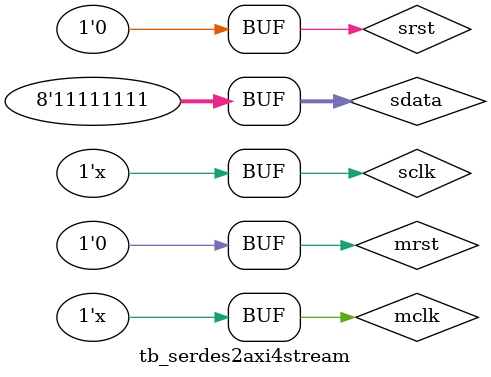
<source format=v>
`timescale 1ns / 1ps


module tb_serdes2axi4stream(

    );
  
reg sclk;
reg mclk;
reg srst;
reg mrst;
reg [7:0] sdata;
  

always #5 sclk = ~sclk;
always #20 mclk = ~mclk;


initial begin
    sdata = 8'hff;
    sclk = 0;
    mclk = 0;
    srst = 1;
    mrst = 1;
    #204;
    srst = 0;
    mrst = 0;
    
    #2040;
    
    sdata = 8'hff; #10;
    sdata = 8'hff; #10;
    sdata = 8'h00; #10;
    sdata = 8'h00; #10;
    sdata = 8'hA5; #10;
    sdata = 8'hA5; #10;
    sdata = 8'h00; #10;
    sdata = 8'h02; #10;
    sdata = 8'haa; #10;
    sdata = 8'h00; #10;
    sdata = 8'h07; #10;
    sdata = 8'hee; #10;
    sdata = 8'h01; #10;
    sdata = 8'h02; #10;
    sdata = 8'h03; #10;
    sdata = 8'h04; #10;
    sdata = 8'h05; #10;
    sdata = 8'h06; #10;
    sdata = 8'h07; #10;
    sdata = 8'hcc; #10;
    sdata = 8'h00; #10;
    sdata = 8'h00; #10;
    sdata = 8'hff; #10;
    sdata = 8'hff; #10;
    
    
    
    
end



serdes2axi4stream 
#( .SDATA_WIDTH        (8   ) ,
   .MDATA_WIDTH        (8 ) ,
   .AWPORT_WIDTH       (2   ) ,
   .AWLEN_WIDTH        (16  ) ,
   .AWSIZE_WIDTH       (16  ) ,
   .WAIT_ACK_TIME_OUT  (1000) ,
   .RX_CHECK_CRC_EN    (0   )
)
serdes2axi4stream_uut(
.S_CLK_I        (sclk ),  
.S_RST_I        (srst ),
.S_DATA_I       (sdata),//check CRC in this module
.S_SEND_ACK_O   (),
.S_SEND_SUCC_I  (1),
.S_WAIT_ACK_I   (0),
.S_WAIT_SUCC_O  (),
             
.M_CLK_I        (mclk ) ,
.M_RST_I        (mrst) ,
.M_AWPORT       () ,
.M_AWLEN        () ,
.M_AWSIZE       () ,
.M_AWVALID      () ,
.M_AWREADY      (1) ,
.M_WVALID       () ,
.M_WREADY       (1) ,
.M_WDATA        () ,  
.M_WSTRB        () ,
.M_WLAST        ()  


);
    

    
    
endmodule

</source>
